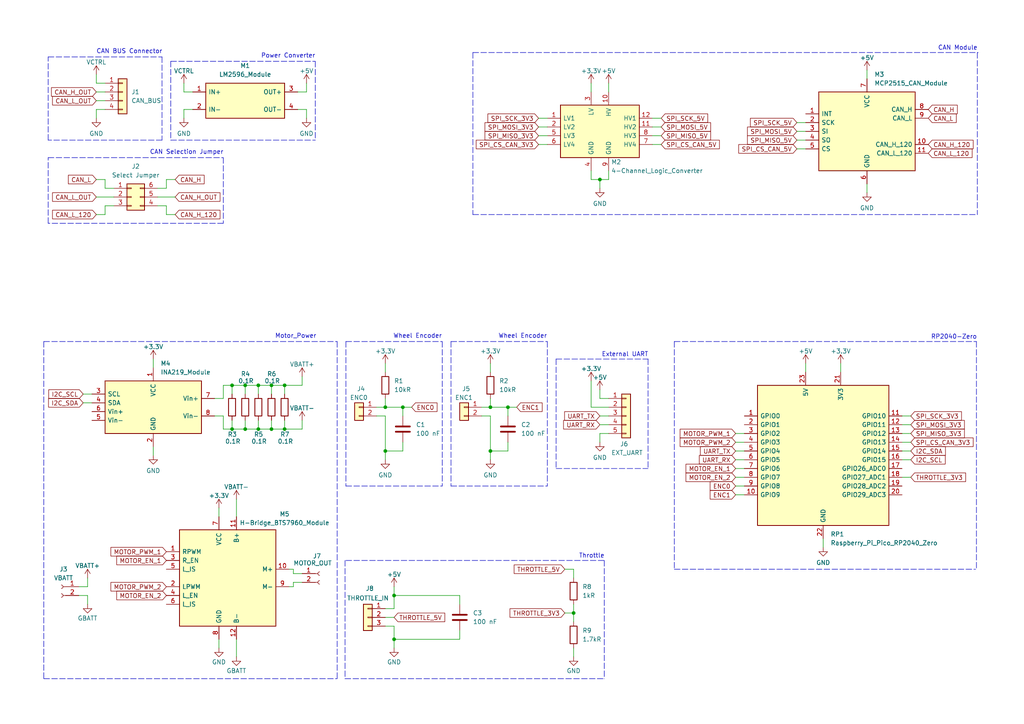
<source format=kicad_sch>
(kicad_sch (version 20250114) (generator "eeschema") (generator_version "9.0")
  (paper "A4")
  (lib_symbols
    (symbol "Connector:Conn_01x02_Female" (pin_names (offset 1.016) (hide yes))
      (property "Reference" "J" (at 0 2.54 0))
      (property "Value" "Conn_01x02_Female" (at 0 -5.08 0))
      (symbol "Conn_01x02_Female_1_1"
        (polyline (pts (xy -1.27 0) (xy -0.508 0)) (stroke (width 0.1524)))
        (polyline (pts (xy -1.27 -2.54) (xy -0.508 -2.54)) (stroke (width 0.1524)))
        (arc (start 0 -0.508) (mid -0.5058 0) (end 0 0.508) (stroke (width 0.1524)))
        (arc (start 0 -3.048) (mid -0.5058 -2.54) (end 0 -2.032) (stroke (width 0.1524)))
        (pin passive line (at -5.08 0 0) (length 3.81) (name "Pin_1") (number "1"))
        (pin passive line (at -5.08 -2.54 0) (length 3.81) (name "Pin_2") (number "2"))
      )
    )
    (symbol "Connector_Generic:Conn_01x02" (pin_names (offset 1.016) (hide yes))
      (property "Reference" "J" (at 0 2.54 0))
      (property "Value" "Conn_01x02" (at 0 -5.08 0))
      (symbol "Conn_01x02_1_1"
        (rectangle (start -1.27 1.27) (end 1.27 -3.81) (stroke (width 0.254)) (fill (type background)))
        (rectangle (start -1.27 0.127) (end 0 -0.127) (stroke (width 0.1524)))
        (rectangle (start -1.27 -2.413) (end 0 -2.667) (stroke (width 0.1524)))
        (pin passive line (at -5.08 0 0) (length 3.81) (name "Pin_1") (number "1"))
        (pin passive line (at -5.08 -2.54 0) (length 3.81) (name "Pin_2") (number "2"))
      )
    )
    (symbol "Connector_Generic:Conn_01x03" (pin_names (offset 1.016) (hide yes))
      (property "Reference" "J" (at 0 5.08 0))
      (property "Value" "Conn_01x03" (at 0 -5.08 0))
      (symbol "Conn_01x03_1_1"
        (rectangle (start -1.27 3.81) (end 1.27 -3.81) (stroke (width 0.254)) (fill (type background)))
        (rectangle (start -1.27 2.667) (end 0 2.413) (stroke (width 0.1524)))
        (rectangle (start -1.27 0.127) (end 0 -0.127) (stroke (width 0.1524)))
        (rectangle (start -1.27 -2.413) (end 0 -2.667) (stroke (width 0.1524)))
        (pin passive line (at -5.08 2.54 0) (length 3.81) (name "Pin_1") (number "1"))
        (pin passive line (at -5.08 0 0) (length 3.81) (name "Pin_2") (number "2"))
        (pin passive line (at -5.08 -2.54 0) (length 3.81) (name "Pin_3") (number "3"))
      )
    )
    (symbol "Connector_Generic:Conn_01x04" (pin_names (offset 1.016) (hide yes))
      (property "Reference" "J" (at 0 5.08 0))
      (property "Value" "Conn_01x04" (at 0 -7.62 0))
      (symbol "Conn_01x04_1_1"
        (rectangle (start -1.27 3.81) (end 1.27 -6.35) (stroke (width 0.254)) (fill (type background)))
        (rectangle (start -1.27 2.667) (end 0 2.413) (stroke (width 0.1524)))
        (rectangle (start -1.27 0.127) (end 0 -0.127) (stroke (width 0.1524)))
        (rectangle (start -1.27 -2.413) (end 0 -2.667) (stroke (width 0.1524)))
        (rectangle (start -1.27 -4.953) (end 0 -5.207) (stroke (width 0.1524)))
        (pin passive line (at -5.08 2.54 0) (length 3.81) (name "Pin_1") (number "1"))
        (pin passive line (at -5.08 0 0) (length 3.81) (name "Pin_2") (number "2"))
        (pin passive line (at -5.08 -2.54 0) (length 3.81) (name "Pin_3") (number "3"))
        (pin passive line (at -5.08 -5.08 0) (length 3.81) (name "Pin_4") (number "4"))
      )
    )
    (symbol "Connector_Generic:Conn_01x05" (pin_names (offset 1.016) (hide yes))
      (property "Reference" "J" (at 0 7.62 0))
      (property "Value" "Conn_01x05" (at 0 -7.62 0))
      (symbol "Conn_01x05_1_1"
        (rectangle (start -1.27 6.35) (end 1.27 -6.35) (stroke (width 0.254)) (fill (type background)))
        (rectangle (start -1.27 5.207) (end 0 4.953) (stroke (width 0.1524)))
        (rectangle (start -1.27 2.667) (end 0 2.413) (stroke (width 0.1524)))
        (rectangle (start -1.27 0.127) (end 0 -0.127) (stroke (width 0.1524)))
        (rectangle (start -1.27 -2.413) (end 0 -2.667) (stroke (width 0.1524)))
        (rectangle (start -1.27 -4.953) (end 0 -5.207) (stroke (width 0.1524)))
        (pin passive line (at -5.08 5.08 0) (length 3.81) (name "Pin_1") (number "1"))
        (pin passive line (at -5.08 2.54 0) (length 3.81) (name "Pin_2") (number "2"))
        (pin passive line (at -5.08 0 0) (length 3.81) (name "Pin_3") (number "3"))
        (pin passive line (at -5.08 -2.54 0) (length 3.81) (name "Pin_4") (number "4"))
        (pin passive line (at -5.08 -5.08 0) (length 3.81) (name "Pin_5") (number "5"))
      )
    )
    (symbol "Connector_Generic:Conn_02x03_Counter_Clockwise" (pin_names (offset 1.016) (hide yes))
      (property "Reference" "J" (at 1.27 5.08 0))
      (property "Value" "Conn_02x03_Counter_Clockwise" (at 1.27 -5.08 0))
      (symbol "Conn_02x03_Counter_Clockwise_1_1"
        (rectangle (start -1.27 3.81) (end 3.81 -3.81) (stroke (width 0.254)) (fill (type background)))
        (rectangle (start -1.27 2.667) (end 0 2.413) (stroke (width 0.1524)))
        (rectangle (start -1.27 0.127) (end 0 -0.127) (stroke (width 0.1524)))
        (rectangle (start -1.27 -2.413) (end 0 -2.667) (stroke (width 0.1524)))
        (rectangle (start 3.81 2.667) (end 2.54 2.413) (stroke (width 0.1524)))
        (rectangle (start 3.81 0.127) (end 2.54 -0.127) (stroke (width 0.1524)))
        (rectangle (start 3.81 -2.413) (end 2.54 -2.667) (stroke (width 0.1524)))
        (pin passive line (at -5.08 2.54 0) (length 3.81) (name "Pin_1") (number "1"))
        (pin passive line (at -5.08 0 0) (length 3.81) (name "Pin_2") (number "2"))
        (pin passive line (at -5.08 -2.54 0) (length 3.81) (name "Pin_3") (number "3"))
        (pin passive line (at 7.62 2.54 180) (length 3.81) (name "Pin_6") (number "6"))
        (pin passive line (at 7.62 0 180) (length 3.81) (name "Pin_5") (number "5"))
        (pin passive line (at 7.62 -2.54 180) (length 3.81) (name "Pin_4") (number "4"))
      )
    )
    (symbol "Custom:4-Channel_Logic_Converter" (pin_names (offset 0.762))
      (property "Reference" "M" (at -11.938 8.89 0))
      (property "Value" "4-Channel_Logic_Converter" (at 3.048 8.89 0))
      (symbol "4-Channel_Logic_Converter_0_1"
        (rectangle (start -11.43 7.62) (end 11.43 -7.62) (stroke (width 0.254)) (fill (type background)))
      )
      (symbol "4-Channel_Logic_Converter_1_1"
        (pin bidirectional line (at -15.24 3.81 0) (length 3.81) (name "LV1") (number "1"))
        (pin bidirectional line (at -15.24 1.27 0) (length 3.81) (name "LV2") (number "2"))
        (pin bidirectional line (at -15.24 -1.27 0) (length 3.81) (name "LV3") (number "5"))
        (pin bidirectional line (at -15.24 -3.81 0) (length 3.81) (name "LV4") (number "6"))
        (pin power_in line (at -2.54 11.43 270) (length 3.81) (name "LV") (number "3"))
        (pin power_in line (at -2.54 -11.43 90) (length 3.81) (name "GND") (number "4"))
        (pin power_in line (at 2.54 11.43 270) (length 3.81) (name "HV") (number "10"))
        (pin power_in line (at 2.54 -11.43 90) (length 3.81) (name "GND") (number "9"))
        (pin bidirectional line (at 15.24 3.81 180) (length 3.81) (name "HV1") (number "12"))
        (pin bidirectional line (at 15.24 1.27 180) (length 3.81) (name "HV2") (number "11"))
        (pin bidirectional line (at 15.24 -1.27 180) (length 3.81) (name "HV3") (number "8"))
        (pin bidirectional line (at 15.24 -3.81 180) (length 3.81) (name "HV4") (number "7"))
      )
    )
    (symbol "Custom:H-Bridge_BTS7960_Module" (pin_names (offset 0.762))
      (property "Reference" "M" (at -13.97 15.24 0))
      (property "Value" "H-Bridge_BTS7960_Module" (at 4.064 15.24 0))
      (symbol "H-Bridge_BTS7960_Module_0_1"
        (rectangle (start -13.97 13.97) (end 13.97 -13.97) (stroke (width 0.254)) (fill (type background)))
      )
      (symbol "H-Bridge_BTS7960_Module_1_1"
        (pin bidirectional line (at -17.78 7.62 0) (length 3.81) (name "RPWM") (number "1"))
        (pin bidirectional line (at -17.78 5.08 0) (length 3.81) (name "R_EN") (number "3"))
        (pin bidirectional line (at -17.78 2.54 0) (length 3.81) (name "L_IS") (number "5"))
        (pin bidirectional line (at -17.78 -2.54 0) (length 3.81) (name "LPWM") (number "2"))
        (pin bidirectional line (at -17.78 -5.08 0) (length 3.81) (name "L_EN") (number "4"))
        (pin bidirectional line (at -17.78 -7.62 0) (length 3.81) (name "L_IS") (number "6"))
        (pin power_in line (at -2.54 17.78 270) (length 3.81) (name "VCC") (number "7"))
        (pin power_in line (at -2.54 -17.78 90) (length 3.81) (name "GND") (number "8"))
        (pin power_in line (at 2.54 17.78 270) (length 3.81) (name "B+") (number "11"))
        (pin power_in line (at 2.54 -17.78 90) (length 3.81) (name "B-") (number "12"))
        (pin power_out line (at 17.78 2.54 180) (length 3.81) (name "M+") (number "10"))
        (pin power_out line (at 17.78 -2.54 180) (length 3.81) (name "M-") (number "9"))
      )
    )
    (symbol "Custom:INA219_Module" (pin_names (offset 0.762))
      (property "Reference" "M" (at -13.97 8.89 0))
      (property "Value" "INA219_Module" (at 1.016 9.144 0))
      (symbol "INA219_Module_0_1"
        (rectangle (start -13.97 7.62) (end 13.97 -7.62) (stroke (width 0.254)) (fill (type background)))
      )
      (symbol "INA219_Module_1_1"
        (pin bidirectional line (at -17.78 3.81 0) (length 3.81) (name "SCL") (number "3"))
        (pin bidirectional line (at -17.78 1.27 0) (length 3.81) (name "SDA") (number "4"))
        (pin power_in line (at -17.78 -1.27 0) (length 3.81) (name "Vin+") (number "6"))
        (pin power_out line (at -17.78 -3.81 0) (length 3.81) (name "Vin-") (number "5"))
        (pin power_in line (at 0 11.43 270) (length 3.81) (name "VCC") (number "1"))
        (pin power_in line (at 0 -11.43 90) (length 3.81) (name "GND") (number "2"))
        (pin power_in line (at 17.78 2.54 180) (length 3.81) (name "Vin+") (number "7"))
        (pin power_out line (at 17.78 -2.54 180) (length 3.81) (name "Vin-") (number "8"))
      )
    )
    (symbol "Custom:LM2596_Module" (pin_names (offset 0.762))
      (property "Reference" "M" (at -11.43 6.35 0))
      (property "Value" "LM2596_Module" (at 0.254 6.35 0))
      (symbol "LM2596_Module_0_1"
        (rectangle (start -11.43 5.08) (end 11.43 -5.08) (stroke (width 0.254)) (fill (type background)))
      )
      (symbol "LM2596_Module_1_1"
        (pin power_in line (at -15.24 2.54 0) (length 3.81) (name "IN+") (number "1"))
        (pin power_in line (at -15.24 -2.54 0) (length 3.81) (name "IN-") (number "2"))
        (pin power_out line (at 15.24 2.54 180) (length 3.81) (name "OUT+") (number "3"))
        (pin power_out line (at 15.24 -2.54 180) (length 3.81) (name "OUT-") (number "4"))
      )
    )
    (symbol "Custom:MCP2515_CAN_Module" (pin_names (offset 0.762))
      (property "Reference" "M" (at -13.97 12.7 0))
      (property "Value" "MCP2515_CAN_Module" (at 1.016 12.954 0))
      (symbol "MCP2515_CAN_Module_0_1"
        (rectangle (start -13.97 11.43) (end 13.97 -11.43) (stroke (width 0.254)) (fill (type background)))
      )
      (symbol "MCP2515_CAN_Module_1_1"
        (pin bidirectional line (at -17.78 5.08 0) (length 3.81) (name "INT") (number "1"))
        (pin bidirectional line (at -17.78 2.54 0) (length 3.81) (name "SCK") (number "2"))
        (pin bidirectional line (at -17.78 0 0) (length 3.81) (name "SI") (number "3"))
        (pin bidirectional line (at -17.78 -2.54 0) (length 3.81) (name "SO") (number "4"))
        (pin bidirectional line (at -17.78 -5.08 0) (length 3.81) (name "CS") (number "5"))
        (pin power_in line (at 0 15.24 270) (length 3.81) (name "VCC") (number "7"))
        (pin power_in line (at 0 -15.24 90) (length 3.81) (name "GND") (number "6"))
        (pin bidirectional line (at 17.78 6.35 180) (length 3.81) (name "CAN_H") (number "8"))
        (pin bidirectional line (at 17.78 3.81 180) (length 3.81) (name "CAN_L") (number "9"))
        (pin bidirectional line (at 17.78 -3.81 180) (length 3.81) (name "CAN_H_120") (number "10"))
        (pin bidirectional line (at 17.78 -6.35 180) (length 3.81) (name "CAN_L_120") (number "11"))
      )
    )
    (symbol "Device:C" (pin_numbers (hide yes)) (pin_names (offset 0.254))
      (property "Reference" "C" (at 0.635 2.54 0))
      (property "Value" "C" (at 0.635 -2.54 0))
      (symbol "C_0_1"
        (polyline (pts (xy -2.032 0.762) (xy 2.032 0.762)) (stroke (width 0.508)))
        (polyline (pts (xy -2.032 -0.762) (xy 2.032 -0.762)) (stroke (width 0.508)))
      )
      (symbol "C_1_1"
        (pin passive line (at 0 3.81 270) (length 2.794) (name "~") (number "1"))
        (pin passive line (at 0 -3.81 90) (length 2.794) (name "~") (number "2"))
      )
    )
    (symbol "Device:R" (pin_numbers (hide yes)) (pin_names (offset 0))
      (property "Reference" "R" (at 2.032 0 90))
      (property "Value" "R" (at 0 0 90))
      (symbol "R_0_1"
        (rectangle (start -1.016 -2.54) (end 1.016 2.54) (stroke (width 0.254)))
      )
      (symbol "R_1_1"
        (pin passive line (at 0 3.81 270) (length 1.27) (name "~") (number "1"))
        (pin passive line (at 0 -3.81 90) (length 1.27) (name "~") (number "2"))
      )
    )
    (symbol "Raspberry_Pi_Pico_RP2040_Zero_1" (pin_names (offset 0.762))
      (property "Reference" "RP" (at -18.796 21.59 0))
      (property "Value" "Raspberry_Pi_Pico_RP2040_Zero" (at 7.62 21.844 0))
      (symbol "Raspberry_Pi_Pico_RP2040_Zero_1_0_1"
        (rectangle (start -19.05 20.32) (end 19.05 -20.32) (stroke (width 0.254)) (fill (type background)))
      )
      (symbol "Raspberry_Pi_Pico_RP2040_Zero_1_1_1"
        (pin bidirectional line (at -22.86 11.43 0) (length 3.81) (name "GPIO0") (number "1"))
        (pin bidirectional line (at -22.86 8.89 0) (length 3.81) (name "GPIO1") (number "2"))
        (pin bidirectional line (at -22.86 6.35 0) (length 3.81) (name "GPIO2") (number "3"))
        (pin bidirectional line (at -22.86 3.81 0) (length 3.81) (name "GPIO3") (number "4"))
        (pin bidirectional line (at -22.86 1.27 0) (length 3.81) (name "GPIO4") (number "5"))
        (pin bidirectional line (at -22.86 -1.27 0) (length 3.81) (name "GPIO5") (number "6"))
        (pin bidirectional line (at -22.86 -3.81 0) (length 3.81) (name "GPIO6") (number "7"))
        (pin bidirectional line (at -22.86 -6.35 0) (length 3.81) (name "GPIO7") (number "8"))
        (pin bidirectional line (at -22.86 -8.89 0) (length 3.81) (name "GPIO8") (number "9"))
        (pin bidirectional line (at -22.86 -11.43 0) (length 3.81) (name "GPIO9") (number "10"))
        (pin power_out line (at -5.08 24.13 270) (length 3.81) (name "5V") (number "23"))
        (pin power_out line (at 0 -24.13 90) (length 3.81) (name "GND") (number "22"))
        (pin power_out line (at 5.08 24.13 270) (length 3.81) (name "3V3") (number "21"))
        (pin bidirectional line (at 22.86 11.43 180) (length 3.81) (name "GPIO10") (number "11"))
        (pin bidirectional line (at 22.86 8.89 180) (length 3.81) (name "GPIO11") (number "12"))
        (pin bidirectional line (at 22.86 6.35 180) (length 3.81) (name "GPIO12") (number "13"))
        (pin bidirectional line (at 22.86 3.81 180) (length 3.81) (name "GPIO13") (number "14"))
        (pin bidirectional line (at 22.86 1.27 180) (length 3.81) (name "GPIO14") (number "15"))
        (pin bidirectional line (at 22.86 -1.27 180) (length 3.81) (name "GPIO15") (number "16"))
        (pin bidirectional line (at 22.86 -3.81 180) (length 3.81) (name "GPIO26_ADC0") (number "17"))
        (pin bidirectional line (at 22.86 -6.35 180) (length 3.81) (name "GPIO27_ADC1") (number "18"))
        (pin bidirectional line (at 22.86 -8.89 180) (length 3.81) (name "GPIO28_ADC2") (number "19"))
        (pin bidirectional line (at 22.86 -11.43 180) (length 3.81) (name "GPIO29_ADC3") (number "20"))
      )
    )
    (symbol "power:+3.3V" (power) (pin_names (offset 0))
      (property "Value" "+3.3V" (at 0 3.556 0))
      (symbol "+3.3V_0_1"
        (polyline (pts (xy -0.762 1.27) (xy 0 2.54)))
        (polyline (pts (xy 0 2.54) (xy 0.762 1.27)))
        (polyline (pts (xy 0 0) (xy 0 2.54)))
      )
      (symbol "+3.3V_1_1"
        (pin power_in line (at 0 0 90) (length 0) (hide yes) (name "+3.3V") (number "1"))
      )
    )
    (symbol "power:GND" (power) (pin_names (offset 0))
      (property "Value" "GND" (at 0 -3.81 0))
      (symbol "GND_0_1"
        (polyline (pts (xy 0 0) (xy 0 -1.27) (xy 1.27 -1.27) (xy 0 -2.54) (xy -1.27 -1.27) (xy 0 -1.27)))
      )
      (symbol "GND_1_1"
        (pin power_in line (at 0 0 270) (length 0) (hide yes) (name "GND") (number "1"))
      )
    )
  )
  (text "CAN BUS Connector" (at 27.94 15.748 0) (effects (font (size 1.27 1.27)) (justify left bottom)))
  (text "Wheel Encoder" (at 114.046 98.298 0) (effects (font (size 1.27 1.27)) (justify left bottom)))
  (text "Throttle" (at 167.894 162.052 0) (effects (font (size 1.27 1.27)) (justify left bottom)))
  (text "Wheel Encoder" (at 144.526 98.298 0) (effects (font (size 1.27 1.27)) (justify left bottom)))
  (text "CAN Module" (at 272.034 14.732 0) (effects (font (size 1.27 1.27)) (justify left bottom)))
  (text "CAN Selection Jumper" (at 43.434 44.958 0) (effects (font (size 1.27 1.27)) (justify left bottom)))
  (text "External UART" (at 174.498 103.632 0) (effects (font (size 1.27 1.27)) (justify left bottom)))
  (text "Motor_Power" (at 79.756 98.298 0) (effects (font (size 1.27 1.27)) (justify left bottom)))
  (text "RP2040-Zero" (at 270.002 98.552 0) (effects (font (size 1.27 1.27)) (justify left bottom)))
  (text "Power Converter" (at 75.692 17.018 0) (effects (font (size 1.27 1.27)) (justify left bottom)))
  (junction (at 166.37 177.8))
  (junction (at 82.55 124.46))
  (junction (at 67.31 111.76))
  (junction (at 71.12 124.46))
  (junction (at 74.93 111.76))
  (junction (at 173.99 52.07))
  (junction (at 147.32 118.11))
  (junction (at 78.74 111.76))
  (junction (at 74.93 124.46))
  (junction (at 114.3 172.72))
  (junction (at 71.12 111.76))
  (junction (at 111.76 130.81))
  (junction (at 78.74 124.46))
  (junction (at 142.24 130.81))
  (junction (at 82.55 111.76))
  (junction (at 142.24 118.11))
  (junction (at 116.84 118.11))
  (junction (at 67.31 124.46))
  (junction (at 111.76 118.11))
  (junction (at 114.3 185.42))
  (wire (pts (xy 82.55 111.76) (xy 78.74 111.76)))
  (wire (pts (xy 86.36 26.67) (xy 88.9 26.67)))
  (wire (pts (xy 142.24 130.81) (xy 147.32 130.81)))
  (wire (pts (xy 147.32 120.65) (xy 147.32 118.11)))
  (wire (pts (xy 78.74 124.46) (xy 82.55 124.46)))
  (polyline (pts (xy 187.96 104.14) (xy 187.96 135.89)) (stroke (width 0) (type dash)))
  (wire (pts (xy 116.84 120.65) (xy 116.84 118.11)))
  (polyline (pts (xy 130.81 99.06) (xy 158.75 99.06)) (stroke (width 0) (type dash)))
  (wire (pts (xy 264.16 125.73) (xy 261.62 125.73)))
  (wire (pts (xy 173.99 123.19) (xy 176.53 123.19)))
  (wire (pts (xy 213.36 125.73) (xy 215.9 125.73)))
  (wire (pts (xy 173.99 115.57) (xy 176.53 115.57)))
  (polyline (pts (xy 49.53 17.78) (xy 49.53 40.64)) (stroke (width 0) (type dash)))
  (wire (pts (xy 78.74 121.92) (xy 78.74 124.46)))
  (wire (pts (xy 48.26 52.07) (xy 50.8 52.07)))
  (wire (pts (xy 251.46 53.34) (xy 251.46 55.88)))
  (wire (pts (xy 142.24 133.35) (xy 142.24 130.81)))
  (wire (pts (xy 133.35 175.26) (xy 133.35 172.72)))
  (wire (pts (xy 64.77 111.76) (xy 67.31 111.76)))
  (wire (pts (xy 74.93 121.92) (xy 74.93 124.46)))
  (wire (pts (xy 111.76 130.81) (xy 116.84 130.81)))
  (wire (pts (xy 71.12 114.3) (xy 71.12 111.76)))
  (wire (pts (xy 27.94 34.29) (xy 27.94 31.75)))
  (wire (pts (xy 25.4 170.18) (xy 22.86 170.18)))
  (wire (pts (xy 30.48 24.13) (xy 27.94 24.13)))
  (wire (pts (xy 213.36 143.51) (xy 215.9 143.51)))
  (polyline (pts (xy 130.81 99.06) (xy 130.81 140.97)) (stroke (width 0) (type dash)))
  (wire (pts (xy 191.77 39.37) (xy 189.23 39.37)))
  (wire (pts (xy 22.86 172.72) (xy 25.4 172.72)))
  (wire (pts (xy 173.99 128.27) (xy 173.99 125.73)))
  (polyline (pts (xy 195.58 99.06) (xy 283.21 99.06)) (stroke (width 0) (type dash)))
  (wire (pts (xy 163.83 165.1) (xy 166.37 165.1)))
  (wire (pts (xy 166.37 175.26) (xy 166.37 177.8)))
  (wire (pts (xy 156.21 39.37) (xy 158.75 39.37)))
  (wire (pts (xy 116.84 118.11) (xy 119.38 118.11)))
  (wire (pts (xy 114.3 170.18) (xy 114.3 172.72)))
  (wire (pts (xy 139.7 118.11) (xy 142.24 118.11)))
  (polyline (pts (xy 137.16 15.24) (xy 283.718 15.24)) (stroke (width 0) (type dash)))
  (wire (pts (xy 147.32 128.27) (xy 147.32 130.81)))
  (polyline (pts (xy 161.29 104.14) (xy 187.96 104.14)) (stroke (width 0) (type dash)))
  (wire (pts (xy 78.74 111.76) (xy 78.74 114.3)))
  (wire (pts (xy 191.77 34.29) (xy 189.23 34.29)))
  (wire (pts (xy 48.26 54.61) (xy 48.26 52.07)))
  (wire (pts (xy 176.53 49.53) (xy 176.53 52.07)))
  (wire (pts (xy 213.36 135.89) (xy 215.9 135.89)))
  (wire (pts (xy 142.24 107.95) (xy 142.24 105.41)))
  (wire (pts (xy 231.14 40.64) (xy 233.68 40.64)))
  (wire (pts (xy 264.16 128.27) (xy 261.62 128.27)))
  (wire (pts (xy 27.94 62.23) (xy 30.48 62.23)))
  (wire (pts (xy 82.55 121.92) (xy 82.55 124.46)))
  (wire (pts (xy 83.82 165.1) (xy 85.09 165.1)))
  (wire (pts (xy 27.94 24.13) (xy 27.94 21.59)))
  (wire (pts (xy 147.32 118.11) (xy 149.86 118.11)))
  (polyline (pts (xy 100.33 99.06) (xy 128.27 99.06)) (stroke (width 0) (type dash)))
  (wire (pts (xy 213.36 140.97) (xy 215.9 140.97)))
  (wire (pts (xy 264.16 123.19) (xy 261.62 123.19)))
  (wire (pts (xy 85.09 165.1) (xy 85.09 166.37)))
  (wire (pts (xy 114.3 187.96) (xy 114.3 185.42)))
  (wire (pts (xy 114.3 181.61) (xy 111.76 181.61)))
  (wire (pts (xy 25.4 172.72) (xy 25.4 175.26)))
  (wire (pts (xy 67.31 124.46) (xy 67.31 121.92)))
  (wire (pts (xy 30.48 59.69) (xy 30.48 62.23)))
  (polyline (pts (xy 100.076 162.56) (xy 100.076 196.85)) (stroke (width 0) (type dash)))
  (polyline (pts (xy 283.464 15.24) (xy 283.464 62.23)) (stroke (width 0) (type dash)))
  (wire (pts (xy 62.23 115.57) (xy 64.77 115.57)))
  (wire (pts (xy 114.3 185.42) (xy 133.35 185.42)))
  (wire (pts (xy 44.45 129.54) (xy 44.45 132.08)))
  (wire (pts (xy 264.16 133.35) (xy 261.62 133.35)))
  (wire (pts (xy 44.45 104.14) (xy 44.45 106.68)))
  (wire (pts (xy 264.16 120.65) (xy 261.62 120.65)))
  (wire (pts (xy 83.82 170.18) (xy 85.09 170.18)))
  (wire (pts (xy 24.13 114.3) (xy 26.67 114.3)))
  (wire (pts (xy 27.94 52.07) (xy 30.48 52.07)))
  (wire (pts (xy 173.99 125.73) (xy 176.53 125.73)))
  (wire (pts (xy 87.63 111.76) (xy 87.63 109.22)))
  (wire (pts (xy 68.58 144.78) (xy 68.58 149.86)))
  (wire (pts (xy 166.37 177.8) (xy 163.83 177.8)))
  (polyline (pts (xy 12.7 196.85) (xy 97.79 196.85)) (stroke (width 0) (type dash)))
  (wire (pts (xy 53.34 31.75) (xy 55.88 31.75)))
  (wire (pts (xy 114.3 176.53) (xy 111.76 176.53)))
  (wire (pts (xy 109.22 120.65) (xy 111.76 120.65)))
  (polyline (pts (xy 130.81 140.97) (xy 158.75 140.97)) (stroke (width 0) (type dash)))
  (wire (pts (xy 231.14 43.18) (xy 233.68 43.18)))
  (polyline (pts (xy 64.77 45.72) (xy 64.77 64.77)) (stroke (width 0) (type dash)))
  (wire (pts (xy 139.7 120.65) (xy 142.24 120.65)))
  (wire (pts (xy 142.24 118.11) (xy 142.24 115.57)))
  (polyline (pts (xy 128.27 99.06) (xy 128.27 140.97)) (stroke (width 0) (type dash)))
  (wire (pts (xy 171.45 110.49) (xy 171.45 118.11)))
  (wire (pts (xy 264.16 130.81) (xy 261.62 130.81)))
  (wire (pts (xy 233.68 105.41) (xy 233.68 107.95)))
  (wire (pts (xy 88.9 26.67) (xy 88.9 24.13)))
  (polyline (pts (xy 195.58 165.1) (xy 282.956 165.1)) (stroke (width 0) (type dash)))
  (polyline (pts (xy 100.076 196.85) (xy 175.26 196.85)) (stroke (width 0) (type dash)))
  (wire (pts (xy 111.76 133.35) (xy 111.76 130.81)))
  (wire (pts (xy 166.37 165.1) (xy 166.37 167.64)))
  (polyline (pts (xy 12.7 99.06) (xy 97.79 99.06)) (stroke (width 0) (type dash)))
  (polyline (pts (xy 12.7 99.06) (xy 12.7 196.85)) (stroke (width 0) (type dash)))
  (polyline (pts (xy 13.97 64.77) (xy 13.97 45.72)) (stroke (width 0) (type dash)))
  (wire (pts (xy 191.77 36.83) (xy 189.23 36.83)))
  (wire (pts (xy 78.74 111.76) (xy 74.93 111.76)))
  (wire (pts (xy 62.23 120.65) (xy 64.77 120.65)))
  (wire (pts (xy 24.13 116.84) (xy 26.67 116.84)))
  (wire (pts (xy 171.45 118.11) (xy 176.53 118.11)))
  (wire (pts (xy 53.34 26.67) (xy 55.88 26.67)))
  (polyline (pts (xy 137.16 62.23) (xy 283.464 62.23)) (stroke (width 0) (type dash)))
  (wire (pts (xy 251.46 20.32) (xy 251.46 22.86)))
  (wire (pts (xy 63.5 185.42) (xy 63.5 187.96)))
  (wire (pts (xy 53.34 24.13) (xy 53.34 26.67)))
  (wire (pts (xy 111.76 107.95) (xy 111.76 105.41)))
  (wire (pts (xy 173.99 120.65) (xy 176.53 120.65)))
  (wire (pts (xy 171.45 52.07) (xy 173.99 52.07)))
  (wire (pts (xy 88.9 31.75) (xy 86.36 31.75)))
  (wire (pts (xy 133.35 182.88) (xy 133.35 185.42)))
  (wire (pts (xy 114.3 185.42) (xy 114.3 181.61)))
  (polyline (pts (xy 175.26 162.56) (xy 175.26 196.85)) (stroke (width 0) (type dash)))
  (wire (pts (xy 30.48 54.61) (xy 30.48 52.07)))
  (polyline (pts (xy 46.99 40.64) (xy 13.97 40.64)) (stroke (width 0) (type dash)))
  (wire (pts (xy 142.24 120.65) (xy 142.24 130.81)))
  (wire (pts (xy 27.94 57.15) (xy 33.02 57.15)))
  (wire (pts (xy 64.77 120.65) (xy 64.77 124.46)))
  (wire (pts (xy 67.31 111.76) (xy 71.12 111.76)))
  (wire (pts (xy 71.12 124.46) (xy 74.93 124.46)))
  (wire (pts (xy 111.76 118.11) (xy 111.76 115.57)))
  (polyline (pts (xy 49.53 17.78) (xy 91.44 17.78)) (stroke (width 0) (type dash)))
  (wire (pts (xy 166.37 190.5) (xy 166.37 187.96)))
  (wire (pts (xy 156.21 34.29) (xy 158.75 34.29)))
  (wire (pts (xy 71.12 121.92) (xy 71.12 124.46)))
  (wire (pts (xy 156.21 41.91) (xy 158.75 41.91)))
  (wire (pts (xy 74.93 124.46) (xy 78.74 124.46)))
  (polyline (pts (xy 91.44 17.78) (xy 91.44 40.64)) (stroke (width 0) (type dash)))
  (wire (pts (xy 33.02 59.69) (xy 30.48 59.69)))
  (wire (pts (xy 171.45 49.53) (xy 171.45 52.07)))
  (wire (pts (xy 33.02 54.61) (xy 30.48 54.61)))
  (wire (pts (xy 45.72 57.15) (xy 50.8 57.15)))
  (wire (pts (xy 71.12 111.76) (xy 74.93 111.76)))
  (wire (pts (xy 213.36 138.43) (xy 215.9 138.43)))
  (wire (pts (xy 82.55 111.76) (xy 87.63 111.76)))
  (polyline (pts (xy 100.33 162.56) (xy 175.514 162.56)) (stroke (width 0) (type dash)))
  (wire (pts (xy 48.26 59.69) (xy 48.26 62.23)))
  (polyline (pts (xy 97.79 99.06) (xy 97.79 196.85)) (stroke (width 0) (type dash)))
  (wire (pts (xy 64.77 124.46) (xy 67.31 124.46)))
  (wire (pts (xy 45.72 54.61) (xy 48.26 54.61)))
  (wire (pts (xy 88.9 34.29) (xy 88.9 31.75)))
  (wire (pts (xy 87.63 121.92) (xy 87.63 124.46)))
  (wire (pts (xy 82.55 124.46) (xy 87.63 124.46)))
  (wire (pts (xy 67.31 111.76) (xy 67.31 114.3)))
  (wire (pts (xy 147.32 118.11) (xy 142.24 118.11)))
  (wire (pts (xy 74.93 114.3) (xy 74.93 111.76)))
  (polyline (pts (xy 13.97 40.64) (xy 13.97 16.51)) (stroke (width 0) (type dash)))
  (wire (pts (xy 87.63 168.91) (xy 85.09 168.91)))
  (wire (pts (xy 53.34 34.29) (xy 53.34 31.75)))
  (polyline (pts (xy 100.33 99.06) (xy 100.33 140.97)) (stroke (width 0) (type dash)))
  (polyline (pts (xy 161.29 104.14) (xy 161.29 135.89)) (stroke (width 0) (type dash)))
  (polyline (pts (xy 46.99 16.51) (xy 46.99 40.64)) (stroke (width 0) (type dash)))
  (wire (pts (xy 213.36 133.35) (xy 215.9 133.35)))
  (wire (pts (xy 213.36 128.27) (xy 215.9 128.27)))
  (polyline (pts (xy 100.33 140.97) (xy 128.27 140.97)) (stroke (width 0) (type dash)))
  (wire (pts (xy 231.14 35.56) (xy 233.68 35.56)))
  (wire (pts (xy 261.62 138.43) (xy 264.16 138.43)))
  (wire (pts (xy 85.09 166.37) (xy 87.63 166.37)))
  (wire (pts (xy 171.45 24.13) (xy 171.45 26.67)))
  (wire (pts (xy 82.55 114.3) (xy 82.55 111.76)))
  (wire (pts (xy 63.5 147.32) (xy 63.5 149.86)))
  (wire (pts (xy 27.94 29.21) (xy 30.48 29.21)))
  (wire (pts (xy 111.76 120.65) (xy 111.76 130.81)))
  (wire (pts (xy 156.21 36.83) (xy 158.75 36.83)))
  (wire (pts (xy 231.14 38.1) (xy 233.68 38.1)))
  (wire (pts (xy 85.09 168.91) (xy 85.09 170.18)))
  (wire (pts (xy 114.3 172.72) (xy 133.35 172.72)))
  (wire (pts (xy 114.3 179.07) (xy 111.76 179.07)))
  (wire (pts (xy 45.72 59.69) (xy 48.26 59.69)))
  (wire (pts (xy 173.99 52.07) (xy 173.99 54.61)))
  (wire (pts (xy 116.84 118.11) (xy 111.76 118.11)))
  (wire (pts (xy 213.36 130.81) (xy 215.9 130.81)))
  (wire (pts (xy 48.26 62.23) (xy 50.8 62.23)))
  (wire (pts (xy 173.99 115.57) (xy 173.99 113.03)))
  (wire (pts (xy 176.53 52.07) (xy 173.99 52.07)))
  (wire (pts (xy 238.76 156.21) (xy 238.76 158.75)))
  (polyline (pts (xy 49.53 40.64) (xy 91.44 40.64)) (stroke (width 0) (type dash)))
  (wire (pts (xy 166.37 177.8) (xy 166.37 180.34)))
  (wire (pts (xy 64.77 111.76) (xy 64.77 115.57)))
  (polyline (pts (xy 13.97 16.51) (xy 46.99 16.51)) (stroke (width 0) (type dash)))
  (polyline (pts (xy 137.16 15.24) (xy 137.16 62.23)) (stroke (width 0) (type dash)))
  (wire (pts (xy 109.22 118.11) (xy 111.76 118.11)))
  (wire (pts (xy 67.31 124.46) (xy 71.12 124.46)))
  (wire (pts (xy 114.3 176.53) (xy 114.3 172.72)))
  (polyline (pts (xy 158.75 99.06) (xy 158.75 140.97)) (stroke (width 0) (type dash)))
  (wire (pts (xy 27.94 26.67) (xy 30.48 26.67)))
  (polyline (pts (xy 13.97 45.72) (xy 64.77 45.72)) (stroke (width 0) (type dash)))
  (polyline (pts (xy 283.21 99.06) (xy 283.21 165.1)) (stroke (width 0) (type dash)))
  (polyline (pts (xy 64.77 64.77) (xy 13.97 64.77)) (stroke (width 0) (type dash)))
  (polyline (pts (xy 195.58 99.06) (xy 195.58 165.1)) (stroke (width 0) (type dash)))
  (wire (pts (xy 243.84 105.41) (xy 243.84 107.95)))
  (wire (pts (xy 116.84 128.27) (xy 116.84 130.81)))
  (polyline (pts (xy 161.29 135.89) (xy 187.96 135.89)) (stroke (width 0) (type dash)))
  (wire (pts (xy 27.94 31.75) (xy 30.48 31.75)))
  (wire (pts (xy 191.77 41.91) (xy 189.23 41.91)))
  (wire (pts (xy 68.58 190.5) (xy 68.58 185.42)))
  (wire (pts (xy 25.4 167.64) (xy 25.4 170.18)))
  (wire (pts (xy 176.53 24.13) (xy 176.53 26.67)))
  (global_label "SPI_SCK_5V" (shape input) (at 231.14 35.56 180) (property "Intersheetrefs" "${INTERSHEET_REFS}" (effects (hide yes))))
  (global_label "SPI_MISO_5V" (shape input) (at 191.77 39.37 0) (property "Intersheetrefs" "${INTERSHEET_REFS}" (effects (hide yes))))
  (global_label "SPI_CS_CAN_5V" (shape input) (at 191.77 41.91 0) (property "Intersheetrefs" "${INTERSHEET_REFS}" (effects (hide yes))))
  (global_label "CAN_L" (shape input) (at 269.24 34.29 0) (property "Intersheetrefs" "${INTERSHEET_REFS}" (effects (hide yes))))
  (global_label "THROTTLE_3V3" (shape input) (at 163.83 177.8 180) (property "Intersheetrefs" "${INTERSHEET_REFS}" (effects (hide yes))))
  (global_label "CAN_L_OUT" (shape input) (at 27.94 57.15 180) (property "Intersheetrefs" "${INTERSHEET_REFS}" (effects (hide yes))))
  (global_label "ENC0" (shape input) (at 119.38 118.11 0) (property "Intersheetrefs" "${INTERSHEET_REFS}" (effects (hide yes))))
  (global_label "MOTOR_PWM_2" (shape input) (at 213.36 128.27 180) (property "Intersheetrefs" "${INTERSHEET_REFS}" (effects (hide yes))))
  (global_label "I2C_SDA" (shape input) (at 24.13 116.84 180) (property "Intersheetrefs" "${INTERSHEET_REFS}" (effects (hide yes))))
  (global_label "ENC0" (shape input) (at 213.36 140.97 180) (property "Intersheetrefs" "${INTERSHEET_REFS}" (effects (hide yes))))
  (global_label "CAN_H" (shape input) (at 50.8 52.07 0) (property "Intersheetrefs" "${INTERSHEET_REFS}" (effects (hide yes))))
  (global_label "MOTOR_EN_1" (shape input) (at 48.26 162.56 180) (property "Intersheetrefs" "${INTERSHEET_REFS}" (effects (hide yes))))
  (global_label "SPI_MOSI_3V3" (shape input) (at 264.16 123.19 0) (property "Intersheetrefs" "${INTERSHEET_REFS}" (effects (hide yes))))
  (global_label "SPI_SCK_3V3" (shape input) (at 264.16 120.65 0) (property "Intersheetrefs" "${INTERSHEET_REFS}" (effects (hide yes))))
  (global_label "MOTOR_PWM_2" (shape input) (at 48.26 170.18 180) (property "Intersheetrefs" "${INTERSHEET_REFS}" (effects (hide yes))))
  (global_label "CAN_L_OUT" (shape input) (at 27.94 29.21 180) (property "Intersheetrefs" "${INTERSHEET_REFS}" (effects (hide yes))))
  (global_label "SPI_MOSI_3V3" (shape input) (at 156.21 36.83 180) (property "Intersheetrefs" "${INTERSHEET_REFS}" (effects (hide yes))))
  (global_label "CAN_L_120" (shape input) (at 27.94 62.23 180) (property "Intersheetrefs" "${INTERSHEET_REFS}" (effects (hide yes))))
  (global_label "MOTOR_PWM_1" (shape input) (at 48.26 160.02 180) (property "Intersheetrefs" "${INTERSHEET_REFS}" (effects (hide yes))))
  (global_label "CAN_L" (shape input) (at 27.94 52.07 180) (property "Intersheetrefs" "${INTERSHEET_REFS}" (effects (hide yes))))
  (global_label "UART_TX" (shape input) (at 173.99 120.65 180) (property "Intersheetrefs" "${INTERSHEET_REFS}" (effects (hide yes))))
  (global_label "UART_RX" (shape input) (at 213.36 133.35 180) (property "Intersheetrefs" "${INTERSHEET_REFS}" (effects (hide yes))))
  (global_label "CAN_H_120" (shape input) (at 50.8 62.23 0) (property "Intersheetrefs" "${INTERSHEET_REFS}" (effects (hide yes))))
  (global_label "CAN_H_OUT" (shape input) (at 50.8 57.15 0) (property "Intersheetrefs" "${INTERSHEET_REFS}" (effects (hide yes))))
  (global_label "CAN_L_120" (shape input) (at 269.24 44.45 0) (property "Intersheetrefs" "${INTERSHEET_REFS}" (effects (hide yes))))
  (global_label "UART_RX" (shape input) (at 173.99 123.19 180) (property "Intersheetrefs" "${INTERSHEET_REFS}" (effects (hide yes))))
  (global_label "MOTOR_EN_2" (shape input) (at 48.26 172.72 180) (property "Intersheetrefs" "${INTERSHEET_REFS}" (effects (hide yes))))
  (global_label "SPI_SCK_3V3" (shape input) (at 156.21 34.29 180) (property "Intersheetrefs" "${INTERSHEET_REFS}" (effects (hide yes))))
  (global_label "SPI_CS_CAN_3V3" (shape input) (at 264.16 128.27 0) (property "Intersheetrefs" "${INTERSHEET_REFS}" (effects (hide yes))))
  (global_label "SPI_SCK_5V" (shape input) (at 191.77 34.29 0) (property "Intersheetrefs" "${INTERSHEET_REFS}" (effects (hide yes))))
  (global_label "MOTOR_EN_1" (shape input) (at 213.36 135.89 180) (property "Intersheetrefs" "${INTERSHEET_REFS}" (effects (hide yes))))
  (global_label "CAN_H_120" (shape input) (at 269.24 41.91 0) (property "Intersheetrefs" "${INTERSHEET_REFS}" (effects (hide yes))))
  (global_label "THROTTLE_5V" (shape input) (at 163.83 165.1 180) (property "Intersheetrefs" "${INTERSHEET_REFS}" (effects (hide yes))))
  (global_label "CAN_H_OUT" (shape input) (at 27.94 26.67 180) (property "Intersheetrefs" "${INTERSHEET_REFS}" (effects (hide yes))))
  (global_label "THROTTLE_5V" (shape input) (at 114.3 179.07 0) (property "Intersheetrefs" "${INTERSHEET_REFS}" (effects (hide yes))))
  (global_label "SPI_MISO_5V" (shape input) (at 231.14 40.64 180) (property "Intersheetrefs" "${INTERSHEET_REFS}" (effects (hide yes))))
  (global_label "SPI_MISO_3V3" (shape input) (at 156.21 39.37 180) (property "Intersheetrefs" "${INTERSHEET_REFS}" (effects (hide yes))))
  (global_label "MOTOR_PWM_1" (shape input) (at 213.36 125.73 180) (property "Intersheetrefs" "${INTERSHEET_REFS}" (effects (hide yes))))
  (global_label "SPI_MOSI_5V" (shape input) (at 191.77 36.83 0) (property "Intersheetrefs" "${INTERSHEET_REFS}" (effects (hide yes))))
  (global_label "CAN_H" (shape input) (at 269.24 31.75 0) (property "Intersheetrefs" "${INTERSHEET_REFS}" (effects (hide yes))))
  (global_label "ENC1" (shape input) (at 149.86 118.11 0) (property "Intersheetrefs" "${INTERSHEET_REFS}" (effects (hide yes))))
  (global_label "I2C_SCL" (shape input) (at 264.16 133.35 0) (property "Intersheetrefs" "${INTERSHEET_REFS}" (effects (hide yes))))
  (global_label "ENC1" (shape input) (at 213.36 143.51 180) (property "Intersheetrefs" "${INTERSHEET_REFS}" (effects (hide yes))))
  (global_label "SPI_MOSI_5V" (shape input) (at 231.14 38.1 180) (property "Intersheetrefs" "${INTERSHEET_REFS}" (effects (hide yes))))
  (global_label "I2C_SDA" (shape input) (at 264.16 130.81 0) (property "Intersheetrefs" "${INTERSHEET_REFS}" (effects (hide yes))))
  (global_label "THROTTLE_3V3" (shape input) (at 264.16 138.43 0) (property "Intersheetrefs" "${INTERSHEET_REFS}" (effects (hide yes))))
  (global_label "SPI_CS_CAN_3V3" (shape input) (at 156.21 41.91 180) (property "Intersheetrefs" "${INTERSHEET_REFS}" (effects (hide yes))))
  (global_label "I2C_SCL" (shape input) (at 24.13 114.3 180) (property "Intersheetrefs" "${INTERSHEET_REFS}" (effects (hide yes))))
  (global_label "UART_TX" (shape input) (at 213.36 130.81 180) (property "Intersheetrefs" "${INTERSHEET_REFS}" (effects (hide yes))))
  (global_label "SPI_MISO_3V3" (shape input) (at 264.16 125.73 0) (property "Intersheetrefs" "${INTERSHEET_REFS}" (effects (hide yes))))
  (global_label "SPI_CS_CAN_5V" (shape input) (at 231.14 43.18 180) (property "Intersheetrefs" "${INTERSHEET_REFS}" (effects (hide yes))))
  (global_label "MOTOR_EN_2" (shape input) (at 213.36 138.43 180) (property "Intersheetrefs" "${INTERSHEET_REFS}" (effects (hide yes))))
  (symbol (lib_id "Custom:4-Channel_Logic_Converter") (at 173.99 38.1 0) (unit 1)
    (property "Reference" "M2" (at 177.292 46.99 0) (effects (justify left)))
    (property "Value" "4-Channel_Logic_Converter" (at 177.292 49.53 0) (effects (justify left)))
    (property "Footprint" "Custom:4-Channel Logic Converter" (effects (hide yes)))
  )
  (symbol (lib_id "Device:R") (at 166.37 184.15 0) (unit 1)
    (property "Reference" "R9" (at 168.91 182.8799 0) (effects (justify left)))
    (property "Value" "1.7kR" (at 168.91 185.4199 0) (effects (justify left)))
    (property "Footprint" "Resistor_THT:R_Axial_DIN0207_L6.3mm_D2.5mm_P15.24mm_Horizontal" (effects (hide yes)))
  )
  (symbol (lib_id "power:GND") (at 88.9 34.29 0) (unit 1)
    (property "Reference" "#PWR09" (effects (hide yes)))
    (property "Value" "GND" (at 88.9 38.735 0))
  )
  (symbol (lib_id "Device:R") (at 111.76 111.76 0) (unit 1)
    (property "Reference" "R1" (at 114.3 110.4899 0) (effects (justify left)))
    (property "Value" "10kR" (at 114.3 113.0299 0) (effects (justify left)))
    (property "Footprint" "Resistor_THT:R_Axial_DIN0207_L6.3mm_D2.5mm_P15.24mm_Horizontal" (effects (hide yes)))
  )
  (symbol (lib_id "Device:R") (at 67.31 118.11 0) (unit 1)
    (property "Reference" "R3" (at 66.04 125.984 0) (effects (justify left)))
    (property "Value" "0.1R" (at 65.278 128.016 0) (effects (justify left)))
    (property "Footprint" "Resistor_THT:R_Axial_DIN0309_L9.0mm_D3.2mm_P25.40mm_Horizontal" (effects (hide yes)))
  )
  (symbol (lib_id "power:GND") (at 111.76 133.35 0) (unit 1)
    (property "Reference" "#PWR025" (effects (hide yes)))
    (property "Value" "GND" (at 111.76 137.795 0))
  )
  (symbol (lib_id "Connector_Generic:Conn_01x02") (at 134.62 118.11 0) (mirror y) (unit 1)
    (property "Reference" "J5" (at 136.398 112.776 0) (effects (justify left)))
    (property "Value" "ENC1" (at 137.16 115.316 0) (effects (justify left)))
    (property "Footprint" "Custom:PinHeader_1x02_P2.54mm_Vertical_OP" (effects (hide yes)))
    (property "Description" "Generic connector, single row, 01x02, script generated (kicad-library-utils/schlib/autogen/connector/)" (effects (hide yes)))
  )
  (symbol (lib_id "power:GND") (at 27.94 34.29 0) (unit 1)
    (property "Reference" "#PWR07" (effects (hide yes)))
    (property "Value" "GND" (at 27.94 38.735 0))
  )
  (symbol (lib_id "Custom:INA219_Module") (at 44.45 118.11 0) (unit 1)
    (property "Reference" "M4" (at 46.5933 105.41 0) (effects (justify left)))
    (property "Value" "INA219_Module" (at 46.5933 107.95 0) (effects (justify left)))
    (property "Footprint" "Custom:INA219 Module" (effects (hide yes)))
  )
  (symbol (lib_id "Custom:H-Bridge_BTS7960_Module") (at 66.04 167.64 0) (unit 1)
    (property "Reference" "M5" (at 82.55 149.098 0))
    (property "Value" "H-Bridge_BTS7960_Module" (at 82.55 151.638 0))
    (property "Footprint" "Custom:H-Bridge BTS7960 Module" (effects (hide yes)))
  )
  (symbol (lib_id "Connector_Generic:Conn_01x05") (at 181.61 120.65 0) (unit 1)
    (property "Reference" "J6" (at 179.832 128.778 0) (effects (justify left)))
    (property "Value" "EXT_UART" (at 177.292 131.318 0) (effects (justify left)))
    (property "Footprint" "Custom:PinHeader_1x05_P2.54mm_Vertical_OP" (effects (hide yes)))
    (property "Description" "Generic connector, single row, 01x05, script generated (kicad-library-utils/schlib/autogen/connector/)" (effects (hide yes)))
  )
  (symbol (lib_id "Device:R") (at 142.24 111.76 0) (unit 1)
    (property "Reference" "R2" (at 144.78 110.4899 0) (effects (justify left)))
    (property "Value" "10kR" (at 144.78 113.0299 0) (effects (justify left)))
    (property "Footprint" "Resistor_THT:R_Axial_DIN0207_L6.3mm_D2.5mm_P15.24mm_Horizontal" (effects (hide yes)))
  )
  (symbol (lib_id "power:+3.3V") (at 142.24 105.41 0) (unit 1)
    (property "Reference" "#PWR014" (effects (hide yes)))
    (property "Value" "+3.3V" (at 142.24 101.854 0))
  )
  (symbol (lib_id "power:GND") (at 68.58 190.5 0) (unit 1)
    (property "Reference" "#PWR033" (effects (hide yes)))
    (property "Value" "GBATT" (at 68.58 194.564 0))
  )
  (symbol (lib_id "power:+3.3V") (at 243.84 105.41 0) (unit 1)
    (property "Reference" "#PWR016" (effects (hide yes)))
    (property "Value" "+3.3V" (at 243.84 101.854 0))
  )
  (symbol (lib_id "power:+3.3V") (at 111.76 105.41 0) (unit 1)
    (property "Reference" "#PWR013" (effects (hide yes)))
    (property "Value" "+3.3V" (at 111.76 101.854 0))
  )
  (symbol (lib_id "Device:R") (at 82.55 118.11 0) (unit 1)
    (property "Reference" "R7" (at 81.28 125.984 0) (effects (justify left)))
    (property "Value" "0.1R" (at 80.518 128.016 0) (effects (justify left)))
    (property "Footprint" "Resistor_THT:R_Axial_DIN0309_L9.0mm_D3.2mm_P25.40mm_Horizontal" (effects (hide yes)))
  )
  (symbol (lib_id "power:+3.3V") (at 233.68 105.41 0) (unit 1)
    (property "Reference" "#PWR015" (effects (hide yes)))
    (property "Value" "+5V" (at 233.68 101.854 0))
  )
  (symbol (lib_id "power:GND") (at 251.46 55.88 0) (unit 1)
    (property "Reference" "#PWR011" (effects (hide yes)))
    (property "Value" "GND" (at 251.46 60.325 0))
  )
  (symbol (lib_id "Device:R") (at 71.12 118.11 0) (unit 1)
    (property "Reference" "R4" (at 69.85 108.458 0) (effects (justify left)))
    (property "Value" "0.1R" (at 69.088 110.49 0) (effects (justify left)))
    (property "Footprint" "Resistor_THT:R_Axial_DIN0309_L9.0mm_D3.2mm_P25.40mm_Horizontal" (effects (hide yes)))
  )
  (symbol (lib_id "power:+3.3V") (at 171.45 110.49 0) (unit 1)
    (property "Reference" "#PWR017" (effects (hide yes)))
    (property "Value" "+3.3V" (at 171.45 106.934 0))
  )
  (symbol (lib_id "power:+3.3V") (at 87.63 109.22 0) (unit 1)
    (property "Reference" "#PWR018" (effects (hide yes)))
    (property "Value" "VBATT+" (at 87.63 105.664 0))
  )
  (symbol (lib_id "power:+3.3V") (at 88.9 24.13 0) (unit 1)
    (property "Reference" "#PWR04" (effects (hide yes)))
    (property "Value" "+5V" (at 88.9 20.574 0))
  )
  (symbol (lib_id "power:+3.3V") (at 173.99 113.03 0) (unit 1)
    (property "Reference" "#PWR019" (effects (hide yes)))
    (property "Value" "+5V" (at 173.99 109.474 0))
  )
  (symbol (lib_id "Connector_Generic:Conn_01x04") (at 35.56 26.67 0) (unit 1)
    (property "Reference" "J1" (at 38.1 26.6699 0) (effects (justify left)))
    (property "Value" "CAN_BUS" (at 38.1 29.2099 0) (effects (justify left)))
    (property "Footprint" "Custom:PinHeader_1x04_P2.54mm_Vertical_OP" (effects (hide yes)))
    (property "Description" "Generic connector, single row, 01x04, script generated (kicad-library-utils/schlib/autogen/connector/)" (effects (hide yes)))
  )
  (symbol (lib_id "power:+3.3V") (at 44.45 104.14 0) (unit 1)
    (property "Reference" "#PWR012" (effects (hide yes)))
    (property "Value" "+3.3V" (at 44.45 100.584 0))
  )
  (symbol (lib_id "power:+3.3V") (at 171.45 24.13 0) (unit 1)
    (property "Reference" "#PWR05" (effects (hide yes)))
    (property "Value" "+3.3V" (at 171.45 20.574 0))
  )
  (symbol (lib_id "Device:R") (at 74.93 118.11 0) (unit 1)
    (property "Reference" "R5" (at 73.66 125.984 0) (effects (justify left)))
    (property "Value" "0.1R" (at 72.898 128.016 0) (effects (justify left)))
    (property "Footprint" "Resistor_THT:R_Axial_DIN0309_L9.0mm_D3.2mm_P25.40mm_Horizontal" (effects (hide yes)))
  )
  (symbol (lib_id "power:+3.3V") (at 87.63 121.92 0) (unit 1)
    (property "Reference" "#PWR021" (effects (hide yes)))
    (property "Value" "VBATT-" (at 87.63 118.364 0))
  )
  (symbol (lib_id "power:+3.3V") (at 176.53 24.13 0) (unit 1)
    (property "Reference" "#PWR06" (effects (hide yes)))
    (property "Value" "+5V" (at 176.53 20.574 0))
  )
  (symbol (lib_id "Connector:Conn_01x02_Female") (at 92.71 166.37 0) (unit 1)
    (property "Reference" "J7" (at 91.948 161.29 0))
    (property "Value" "MOTOR_OUT" (at 90.678 163.322 0))
    (property "Footprint" "Connector_Phoenix_MSTB:PhoenixContact_MSTBVA_2,5_2-G-5,08_1x02_P5.08mm_Vertical" (effects (hide yes)))
  )
  (symbol (lib_id "Custom:LM2596_Module") (at 71.12 29.21 0) (unit 1)
    (property "Reference" "M1" (at 71.12 19.05 0))
    (property "Value" "LM2596_Module" (at 71.12 21.59 0))
    (property "Footprint" "Custom:LM2596 Module" (effects (hide yes)))
  )
  (symbol (lib_id "Connector_Generic:Conn_01x02") (at 104.14 118.11 0) (mirror y) (unit 1)
    (property "Reference" "J4" (at 105.918 112.776 0) (effects (justify left)))
    (property "Value" "ENC0" (at 106.68 115.316 0) (effects (justify left)))
    (property "Footprint" "Custom:PinHeader_1x02_P2.54mm_Vertical_OP" (effects (hide yes)))
    (property "Description" "Generic connector, single row, 01x02, script generated (kicad-library-utils/schlib/autogen/connector/)" (effects (hide yes)))
  )
  (symbol (lib_id "power:GND") (at 44.45 132.08 0) (unit 1)
    (property "Reference" "#PWR024" (effects (hide yes)))
    (property "Value" "GND" (at 44.45 136.525 0))
  )
  (symbol (lib_id "power:GND") (at 142.24 133.35 0) (unit 1)
    (property "Reference" "#PWR026" (effects (hide yes)))
    (property "Value" "GND" (at 142.24 137.795 0))
  )
  (symbol (lib_id "power:GND") (at 166.37 190.5 0) (unit 1)
    (property "Reference" "#PWR034" (effects (hide yes)))
    (property "Value" "GND" (at 166.37 194.564 0))
  )
  (symbol (lib_id "power:GND") (at 238.76 158.75 0) (unit 1)
    (property "Reference" "#PWR029" (effects (hide yes)))
    (property "Value" "GND" (at 238.76 163.195 0))
  )
  (symbol (lib_id "power:GND") (at 63.5 187.96 0) (unit 1)
    (property "Reference" "#PWR031" (effects (hide yes)))
    (property "Value" "GND" (at 63.5 192.024 0))
  )
  (symbol (lib_id "power:GND") (at 114.3 187.96 0) (unit 1)
    (property "Reference" "#PWR032" (effects (hide yes)))
    (property "Value" "GND" (at 114.3 192.024 0))
  )
  (symbol (lib_id "Custom:MCP2515_CAN_Module") (at 251.46 38.1 0) (unit 1)
    (property "Reference" "M3" (at 253.6033 21.59 0) (effects (justify left)))
    (property "Value" "MCP2515_CAN_Module" (at 253.6033 24.13 0) (effects (justify left)))
    (property "Footprint" "Custom:MCP2515_CAN Module" (effects (hide yes)))
  )
  (symbol (lib_id "power:GND") (at 173.99 54.61 0) (unit 1)
    (property "Reference" "#PWR010" (effects (hide yes)))
    (property "Value" "GND" (at 173.99 59.055 0))
  )
  (symbol (lib_id "power:+3.3V") (at 25.4 167.64 0) (unit 1)
    (property "Reference" "#PWR020" (effects (hide yes)))
    (property "Value" "VBATT+" (at 25.4 164.084 0))
  )
  (symbol (lib_id "Device:R") (at 166.37 171.45 0) (unit 1)
    (property "Reference" "R8" (at 168.91 170.1799 0) (effects (justify left)))
    (property "Value" "1kR" (at 168.91 172.7199 0) (effects (justify left)))
    (property "Footprint" "Resistor_THT:R_Axial_DIN0207_L6.3mm_D2.5mm_P15.24mm_Horizontal" (effects (hide yes)))
  )
  (symbol (lib_id "power:+3.3V") (at 251.46 20.32 0) (unit 1)
    (property "Reference" "#PWR01" (effects (hide yes)))
    (property "Value" "+5V" (at 251.46 16.764 0))
  )
  (symbol (lib_id "power:GND") (at 53.34 34.29 0) (unit 1)
    (property "Reference" "#PWR08" (effects (hide yes)))
    (property "Value" "GND" (at 53.34 38.735 0))
  )
  (symbol (lib_id "power:+3.3V") (at 63.5 147.32 0) (unit 1)
    (property "Reference" "#PWR028" (effects (hide yes)))
    (property "Value" "+3.3V" (at 63.5 143.764 0))
  )
  (symbol (lib_id "Device:C") (at 133.35 179.07 0) (unit 1)
    (property "Reference" "C3" (at 137.16 177.7999 0) (effects (justify left)))
    (property "Value" "100 nF" (at 137.16 180.3399 0) (effects (justify left)))
    (property "Footprint" "Capacitor_THT:C_Disc_D3.0mm_W1.6mm_P2.50mm" (effects (hide yes)))
    (property "Description" "Unpolarized capacitor" (effects (hide yes)))
  )
  (symbol (lib_id "Connector:Conn_01x02_Female") (at 17.78 170.18 0) (mirror y) (unit 1)
    (property "Reference" "J3" (at 18.415 165.1 0))
    (property "Value" "VBATT" (at 18.415 167.64 0))
    (property "Footprint" "Connector_Phoenix_MSTB:PhoenixContact_MSTBVA_2,5_2-G-5,08_1x02_P5.08mm_Vertical" (effects (hide yes)))
  )
  (symbol (lib_name "Raspberry_Pi_Pico_RP2040_Zero_1") (lib_id "Custom:Raspberry_Pi_Pico_RP2040_Zero") (at 238.76 132.08 0) (unit 1)
    (property "Reference" "RP1" (at 240.9033 154.94 0) (effects (justify left)))
    (property "Value" "Raspberry_Pi_Pico_RP2040_Zero" (at 240.9033 157.48 0) (effects (justify left)))
    (property "Footprint" "Custom:Raspberry Pi Pico RP2040 Zero" (effects (hide yes)))
  )
  (symbol (lib_id "power:GND") (at 25.4 175.26 0) (unit 1)
    (property "Reference" "#PWR022" (effects (hide yes)))
    (property "Value" "GBATT" (at 25.4 179.324 0))
  )
  (symbol (lib_id "Connector_Generic:Conn_02x03_Counter_Clockwise") (at 38.1 57.15 0) (unit 1)
    (property "Reference" "J2" (at 39.37 48.26 0))
    (property "Value" "Select Jumper" (at 39.37 50.8 0))
    (property "Footprint" "Custom:PinHeader_2x03_P2.54mm_Vertical_OP" (effects (hide yes)))
    (property "Description" "Generic connector, double row, 02x03, counter clockwise pin numbering scheme (similar to DIP package numbering), script generated (kicad-library-utils/schlib/autogen/connector/)" (effects (hide yes)))
  )
  (symbol (lib_id "power:+3.3V") (at 68.58 144.78 0) (unit 1)
    (property "Reference" "#PWR027" (effects (hide yes)))
    (property "Value" "VBATT-" (at 68.58 141.224 0))
  )
  (symbol (lib_id "power:+3.3V") (at 53.34 24.13 0) (unit 1)
    (property "Reference" "#PWR03" (effects (hide yes)))
    (property "Value" "VCTRL" (at 53.34 20.574 0))
  )
  (symbol (lib_id "power:+3.3V") (at 27.94 21.59 0) (unit 1)
    (property "Reference" "#PWR02" (effects (hide yes)))
    (property "Value" "VCTRL" (at 27.94 18.034 0))
  )
  (symbol (lib_id "Device:C") (at 147.32 124.46 0) (unit 1)
    (property "Reference" "C2" (at 151.13 123.1899 0) (effects (justify left)))
    (property "Value" "100 nF" (at 151.13 125.7299 0) (effects (justify left)))
    (property "Footprint" "Capacitor_THT:C_Disc_D3.0mm_W1.6mm_P2.50mm" (effects (hide yes)))
    (property "Description" "Unpolarized capacitor" (effects (hide yes)))
  )
  (symbol (lib_id "Device:C") (at 116.84 124.46 0) (unit 1)
    (property "Reference" "C1" (at 120.65 123.1899 0) (effects (justify left)))
    (property "Value" "100 nF" (at 120.65 125.7299 0) (effects (justify left)))
    (property "Footprint" "Capacitor_THT:C_Disc_D3.0mm_W1.6mm_P2.50mm" (effects (hide yes)))
    (property "Description" "Unpolarized capacitor" (effects (hide yes)))
  )
  (symbol (lib_id "Device:R") (at 78.74 118.11 0) (unit 1)
    (property "Reference" "R6" (at 77.47 108.458 0) (effects (justify left)))
    (property "Value" "0.1R" (at 76.708 110.49 0) (effects (justify left)))
    (property "Footprint" "Resistor_THT:R_Axial_DIN0309_L9.0mm_D3.2mm_P25.40mm_Horizontal" (effects (hide yes)))
  )
  (symbol (lib_id "power:+3.3V") (at 114.3 170.18 0) (unit 1)
    (property "Reference" "#PWR030" (effects (hide yes)))
    (property "Value" "+5V" (at 114.3 166.624 0))
  )
  (symbol (lib_id "power:GND") (at 173.99 128.27 0) (unit 1)
    (property "Reference" "#PWR023" (effects (hide yes)))
    (property "Value" "GND" (at 173.99 132.715 0))
  )
  (symbol (lib_id "Connector_Generic:Conn_01x03") (at 106.68 179.07 0) (mirror y) (unit 1)
    (property "Reference" "J8" (at 108.458 170.688 0) (effects (justify left)))
    (property "Value" "THROTTLE_IN" (at 112.776 173.482 0) (effects (justify left)))
    (property "Footprint" "Custom:PinHeader_1x03_P2.54mm_Vertical_OP" (effects (hide yes)))
    (property "Description" "Generic connector, single row, 01x03, script generated (kicad-library-utils/schlib/autogen/connector/)" (effects (hide yes)))
  )
)
</source>
